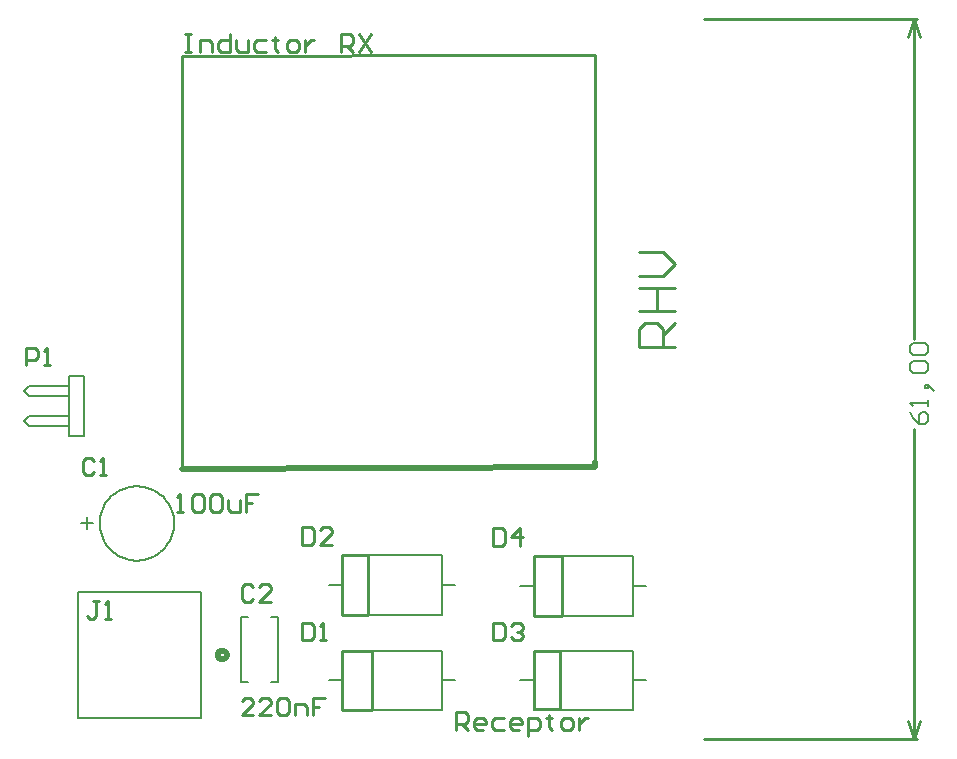
<source format=gto>
%FSTAX23Y23*%
%MOIN*%
%SFA1B1*%

%IPPOS*%
%ADD10C,0.020000*%
%ADD11C,0.007870*%
%ADD12C,0.010000*%
%ADD13C,0.006000*%
%ADD14C,0.019680*%
%ADD15C,0.005910*%
%LNreceptor_wpt-1*%
%LPD*%
G54D10*
X01567Y01265D02*
X01564Y01275D01*
X01555Y0128*
X01545Y01278*
X01538Y01271*
Y0126*
X01545Y01252*
X01555Y01251*
X01564Y01256*
X01567Y01265*
G54D11*
X01391Y01704D02*
X01391Y01714D01*
X0139Y01724*
X01388Y01734*
X01385Y01744*
X01381Y01753*
X01377Y01762*
X01372Y01771*
X01366Y01779*
X0136Y01786*
X01353Y01794*
X01346Y018*
X01338Y01806*
X01329Y01812*
X0132Y01816*
X01311Y0182*
X01302Y01823*
X01292Y01826*
X01282Y01827*
X01272Y01828*
X01262*
X01252Y01827*
X01242Y01826*
X01233Y01823*
X01223Y0182*
X01214Y01816*
X01205Y01812*
X01197Y01806*
X01189Y018*
X01181Y01794*
X01174Y01786*
X01168Y01779*
X01162Y01771*
X01157Y01762*
X01153Y01753*
X0115Y01744*
X01147Y01734*
X01145Y01724*
X01144Y01714*
X01143Y01704*
X01144Y01694*
X01145Y01684*
X01147Y01675*
X0115Y01665*
X01153Y01656*
X01157Y01647*
X01162Y01638*
X01168Y0163*
X01174Y01622*
X01181Y01615*
X01189Y01608*
X01197Y01602*
X01205Y01597*
X01214Y01592*
X01223Y01588*
X01233Y01585*
X01242Y01583*
X01252Y01581*
X01262Y0158*
X01272*
X01282Y01581*
X01292Y01583*
X01302Y01585*
X01311Y01588*
X0132Y01592*
X01329Y01597*
X01338Y01602*
X01346Y01608*
X01353Y01615*
X0136Y01622*
X01366Y0163*
X01372Y01638*
X01377Y01647*
X01381Y01656*
X01385Y01665*
X01388Y01675*
X0139Y01684*
X01391Y01694*
X01391Y01704*
X00908Y0203D02*
X01041D01*
X00891Y02047D02*
X00908Y0203D01*
X00891Y02047D02*
X00908Y02063D01*
X01041*
X00908Y0213D02*
X01041D01*
X00891Y02147D02*
X00908Y0213D01*
X00891Y02147D02*
X00908Y02163D01*
X01041*
X01091Y01997D02*
Y02197D01*
X01041D02*
X01091D01*
X01041Y01997D02*
X01091D01*
X01041D02*
Y02197D01*
X01908Y015D02*
X01952D01*
X02283D02*
X02327D01*
X01952Y014D02*
Y01599D01*
X02283*
Y014D02*
Y01599D01*
X01952Y014D02*
X02283D01*
X01908Y01181D02*
X01952D01*
X02283D02*
X02327D01*
X01952Y01081D02*
Y0128D01*
X02283*
Y01081D02*
Y0128D01*
X01952Y01081D02*
X02283D01*
X01715Y01391D02*
X01739D01*
X01615D02*
X01638D01*
X01615Y01175D02*
Y01391D01*
X01715Y01175D02*
X01739D01*
X01615D02*
X01638D01*
X01739D02*
Y01391D01*
X02546Y01496D02*
X0259D01*
X02921D02*
X02965D01*
X0259Y01396D02*
Y01595D01*
X02921*
Y01396D02*
Y01595D01*
X0259Y01396D02*
X02921D01*
X02546Y01181D02*
X0259D01*
X02921D02*
X02965D01*
X0259Y01081D02*
Y0128D01*
X02921*
Y01081D02*
Y0128D01*
X0259Y01081D02*
X02921D01*
G54D12*
X02591Y01396D02*
X02685D01*
X02591Y01594D02*
X02685D01*
Y01396D02*
Y01594D01*
X02591Y01396D02*
Y01594D01*
X01952Y01081D02*
X02052D01*
X01952Y0128D02*
X02052D01*
Y01081D02*
Y0128D01*
X01952Y01081D02*
Y0128D01*
X02591Y01084D02*
X02678D01*
X02591Y0128D02*
X02678D01*
Y01084D02*
Y0128D01*
X02591Y01084D02*
Y0128D01*
X01952Y014D02*
X02039D01*
X01952Y01599D02*
X02039D01*
Y014D02*
Y01599D01*
X01952Y014D02*
Y01599D01*
X02795Y01889D02*
Y03267D01*
X02539Y03266D02*
X02795D01*
X02537Y03267D02*
X02539Y03266D01*
X01417Y03261D02*
X02537Y03267D01*
X01417Y01884D02*
Y03261D01*
X03838Y01044D02*
X03858Y00984D01*
X03878Y01044*
X03858Y03385D02*
X03878Y03325D01*
X03838D02*
X03858Y03385D01*
Y00984D02*
Y02018D01*
Y0232D02*
Y03385D01*
X03159Y00984D02*
X03868D01*
X03159Y03385D02*
X03868D01*
X01427Y03337D02*
X01447D01*
X01437*
Y03277*
X01427*
X01447*
X01477D02*
Y03317D01*
X01507*
X01517Y03307*
Y03277*
X01577Y03337D02*
Y03277D01*
X01547*
X01537Y03287*
Y03307*
X01547Y03317*
X01577*
X01597D02*
Y03287D01*
X01607Y03277*
X01637*
Y03317*
X01697D02*
X01667D01*
X01657Y03307*
Y03287*
X01667Y03277*
X01697*
X01727Y03327D02*
Y03317D01*
X01717*
X01737*
X01727*
Y03287*
X01737Y03277*
X01777D02*
X01797D01*
X01807Y03287*
Y03307*
X01797Y03317*
X01777*
X01767Y03307*
Y03287*
X01777Y03277*
X01827Y03317D02*
Y03277D01*
Y03297*
X01837Y03307*
X01847Y03317*
X01857*
X01947Y03277D02*
Y03337D01*
X01977*
X01987Y03327*
Y03307*
X01977Y03297*
X01947*
X01967D02*
X01987Y03277D01*
X02007Y03337D02*
X02047Y03277D01*
Y03337D02*
X02007Y03277D01*
X0306Y02293D02*
X02942D01*
Y02352*
X02962Y02372*
X03001*
X03021Y02352*
Y02293*
Y02332D02*
X0306Y02372D01*
X02942Y02411D02*
X0306D01*
X03001*
Y0249*
X02942*
X0306*
X02942Y02529D02*
X03021D01*
X0306Y02568*
X03021Y02608*
X02942*
X02332Y01014D02*
Y01074D01*
X02362*
X02372Y01064*
Y01044*
X02362Y01034*
X02332*
X02352D02*
X02372Y01014D01*
X02422D02*
X02402D01*
X02392Y01024*
Y01044*
X02402Y01054*
X02422*
X02432Y01044*
Y01034*
X02392*
X02492Y01054D02*
X02462D01*
X02452Y01044*
Y01024*
X02462Y01014*
X02492*
X02542D02*
X02522D01*
X02512Y01024*
Y01044*
X02522Y01054*
X02542*
X02552Y01044*
Y01034*
X02512*
X02572Y00994D02*
Y01054D01*
X02602*
X02612Y01044*
Y01024*
X02602Y01014*
X02572*
X02642Y01064D02*
Y01054D01*
X02632*
X02652*
X02642*
Y01024*
X02652Y01014*
X02692D02*
X02712D01*
X02722Y01024*
Y01044*
X02712Y01054*
X02692*
X02682Y01044*
Y01024*
X02692Y01014*
X02742Y01054D02*
Y01014D01*
Y01034*
X02752Y01044*
X02762Y01054*
X02772*
X01141Y01447D02*
X01121D01*
X01131*
Y01397*
X01121Y01387*
X01111*
X01101Y01397*
X01161Y01387D02*
X01181D01*
X01171*
Y01447*
X01161Y01437*
X00898Y02231D02*
Y0229D01*
X00927*
X00937Y0228*
Y0226*
X00927Y0225*
X00898*
X00957Y02231D02*
X00977D01*
X00967*
Y0229*
X00957Y0228*
X02456Y01688D02*
Y01629D01*
X02485*
X02495Y01639*
Y01678*
X02485Y01688*
X02456*
X02545Y01629D02*
Y01688D01*
X02515Y01658*
X02555*
X02456Y01373D02*
Y01314D01*
X02485*
X02495Y01324*
Y01363*
X02485Y01373*
X02456*
X02515Y01363D02*
X02525Y01373D01*
X02545*
X02555Y01363*
Y01353*
X02545Y01343*
X02535*
X02545*
X02555Y01333*
Y01324*
X02545Y01314*
X02525*
X02515Y01324*
X01818Y01692D02*
Y01633D01*
X01847*
X01857Y01643*
Y01682*
X01847Y01692*
X01818*
X01917Y01633D02*
X01877D01*
X01917Y01672*
Y01682*
X01907Y01692*
X01887*
X01877Y01682*
X01818Y01373D02*
Y01314D01*
X01847*
X01857Y01324*
Y01363*
X01847Y01373*
X01818*
X01877Y01314D02*
X01897D01*
X01887*
Y01373*
X01877Y01363*
X01656Y01492D02*
X01646Y01502D01*
X01627*
X01617Y01492*
Y01453*
X01627Y01443*
X01646*
X01656Y01453*
X01716Y01443D02*
X01676D01*
X01716Y01482*
Y01492*
X01706Y01502*
X01686*
X01676Y01492*
X01656Y01064D02*
X01617D01*
X01656Y01103*
Y01113*
X01646Y01123*
X01627*
X01617Y01113*
X01716Y01064D02*
X01676D01*
X01716Y01103*
Y01113*
X01706Y01123*
X01686*
X01676Y01113*
X01736D02*
X01746Y01123D01*
X01766*
X01776Y01113*
Y01074*
X01766Y01064*
X01746*
X01736Y01074*
Y01113*
X01796Y01064D02*
Y01103D01*
X01826*
X01836Y01093*
Y01064*
X01896Y01123D02*
X01856D01*
Y01093*
X01876*
X01856*
Y01064*
X01126Y01913D02*
X01116Y01923D01*
X01097*
X01087Y01913*
Y01874*
X01097Y01864*
X01116*
X01126Y01874*
X01146Y01864D02*
X01166D01*
X01156*
Y01923*
X01146Y01913*
X014Y01741D02*
X0142D01*
X0141*
Y01801*
X014Y01791*
X0145D02*
X0146Y01801D01*
X0148*
X0149Y01791*
Y01751*
X0148Y01741*
X0146*
X0145Y01751*
Y01791*
X0151D02*
X0152Y01801D01*
X0154*
X0155Y01791*
Y01751*
X0154Y01741*
X0152*
X0151Y01751*
Y01791*
X0157Y01781D02*
Y01751D01*
X0158Y01741*
X0161*
Y01781*
X0167Y01801D02*
X0163D01*
Y01771*
X0165*
X0163*
Y01741*
G54D13*
X01482Y01054D02*
Y01477D01*
X01072Y01054D02*
X01482D01*
X01072D02*
Y01477D01*
X01482*
X03844Y02074D02*
X03854Y02054D01*
X03874Y02034*
X03894*
X03904Y02044*
Y02064*
X03894Y02074*
X03884*
X03874Y02064*
Y02034*
X03904Y02094D02*
Y02114D01*
Y02104*
X03844*
X03854Y02094*
X03914Y02154D02*
X03904Y02164D01*
X03894*
Y02154*
X03904*
Y02164*
X03914Y02154*
X03924Y02144*
X03854Y02204D02*
X03844Y02214D01*
Y02234*
X03854Y02244*
X03894*
X03904Y02234*
Y02214*
X03894Y02204*
X03854*
Y02264D02*
X03844Y02274D01*
Y02294*
X03854Y02304*
X03894*
X03904Y02294*
Y02274*
X03894Y02264*
X03854*
G54D14*
X02796Y01908D02*
X02796Y01891D01*
X01417Y01884D02*
X02796Y01891D01*
G54D15*
X01082Y01704D02*
X01122D01*
X01102Y01724D02*
Y01685D01*
M02*
</source>
